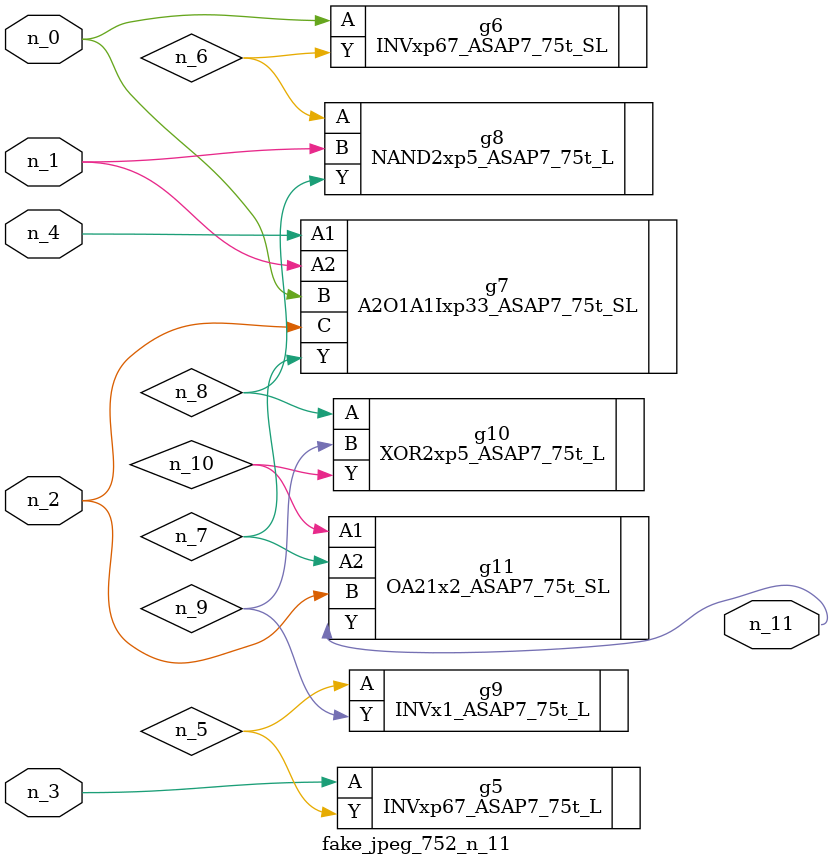
<source format=v>
module fake_jpeg_752_n_11 (n_3, n_2, n_1, n_0, n_4, n_11);

input n_3;
input n_2;
input n_1;
input n_0;
input n_4;

output n_11;

wire n_10;
wire n_8;
wire n_9;
wire n_6;
wire n_5;
wire n_7;

INVxp67_ASAP7_75t_L g5 ( 
.A(n_3),
.Y(n_5)
);

INVxp67_ASAP7_75t_SL g6 ( 
.A(n_0),
.Y(n_6)
);

A2O1A1Ixp33_ASAP7_75t_SL g7 ( 
.A1(n_4),
.A2(n_1),
.B(n_0),
.C(n_2),
.Y(n_7)
);

NAND2xp5_ASAP7_75t_L g8 ( 
.A(n_6),
.B(n_1),
.Y(n_8)
);

XOR2xp5_ASAP7_75t_L g10 ( 
.A(n_8),
.B(n_9),
.Y(n_10)
);

INVx1_ASAP7_75t_L g9 ( 
.A(n_5),
.Y(n_9)
);

OA21x2_ASAP7_75t_SL g11 ( 
.A1(n_10),
.A2(n_7),
.B(n_2),
.Y(n_11)
);


endmodule
</source>
